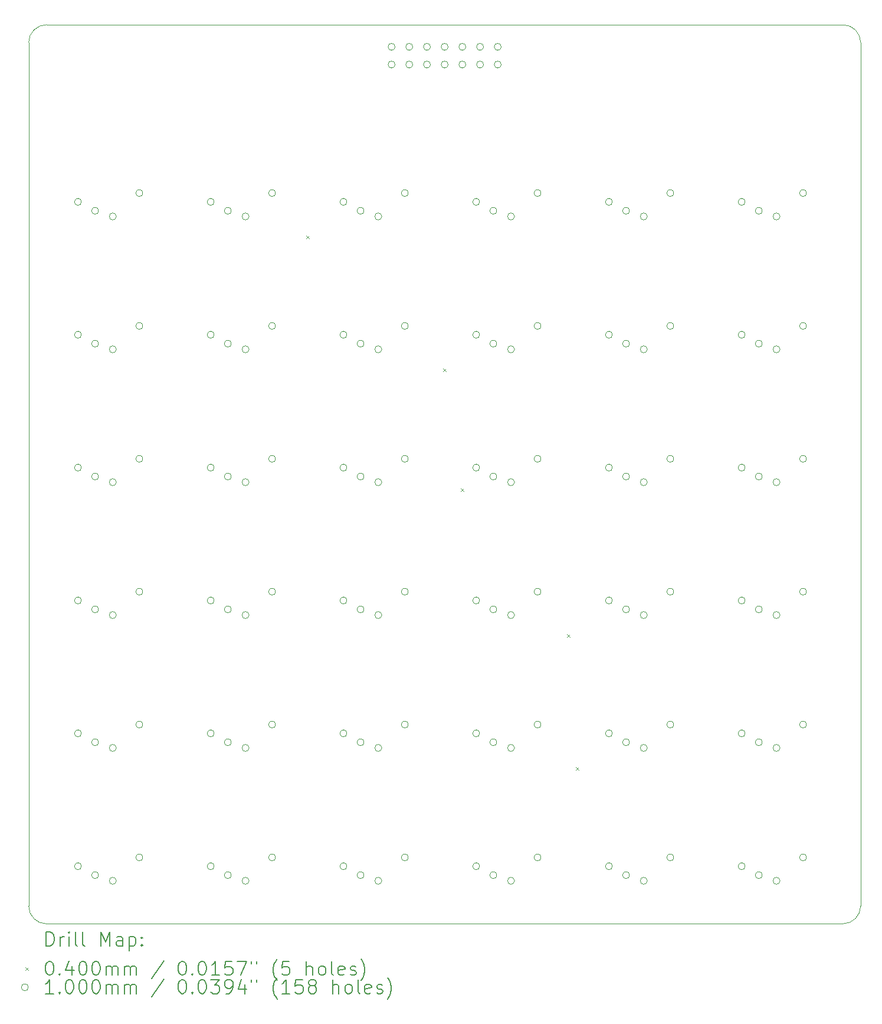
<source format=gbr>
%FSLAX45Y45*%
G04 Gerber Fmt 4.5, Leading zero omitted, Abs format (unit mm)*
G04 Created by KiCad (PCBNEW (6.0.5-0)) date 2022-06-17 10:00:41*
%MOMM*%
%LPD*%
G01*
G04 APERTURE LIST*
%TA.AperFunction,Profile*%
%ADD10C,0.120000*%
%TD*%
%ADD11C,0.200000*%
%ADD12C,0.040000*%
%ADD13C,0.100000*%
G04 APERTURE END LIST*
D10*
X-10477500Y2159000D02*
G75*
G03*
X-10731500Y1905000I0J-254000D01*
G01*
X952500Y-10731500D02*
G75*
G03*
X1206500Y-10477500I0J254000D01*
G01*
X1206500Y1905000D02*
G75*
G03*
X952500Y2159000I-254000J0D01*
G01*
X952500Y2159000D02*
X-10477500Y2159000D01*
X-10731500Y1905000D02*
X-10731500Y-10477500D01*
X1206500Y1905000D02*
X1206500Y-10477500D01*
X-10477500Y-10731500D02*
X952500Y-10731500D01*
X-10731500Y-10477500D02*
G75*
G03*
X-10477500Y-10731500I254000J0D01*
G01*
D11*
D12*
X-6751000Y-869000D02*
X-6711000Y-909000D01*
X-6711000Y-869000D02*
X-6751000Y-909000D01*
X-4782500Y-2774000D02*
X-4742500Y-2814000D01*
X-4742500Y-2774000D02*
X-4782500Y-2814000D01*
X-4528500Y-4488500D02*
X-4488500Y-4528500D01*
X-4488500Y-4488500D02*
X-4528500Y-4528500D01*
X-3004500Y-6584000D02*
X-2964500Y-6624000D01*
X-2964500Y-6584000D02*
X-3004500Y-6624000D01*
X-2877500Y-8489000D02*
X-2837500Y-8529000D01*
X-2837500Y-8489000D02*
X-2877500Y-8529000D01*
D13*
X-9975000Y-380000D02*
G75*
G03*
X-9975000Y-380000I-50000J0D01*
G01*
X-9975000Y-2285000D02*
G75*
G03*
X-9975000Y-2285000I-50000J0D01*
G01*
X-9975000Y-4190000D02*
G75*
G03*
X-9975000Y-4190000I-50000J0D01*
G01*
X-9975000Y-6095000D02*
G75*
G03*
X-9975000Y-6095000I-50000J0D01*
G01*
X-9975000Y-8000000D02*
G75*
G03*
X-9975000Y-8000000I-50000J0D01*
G01*
X-9975000Y-9905000D02*
G75*
G03*
X-9975000Y-9905000I-50000J0D01*
G01*
X-9729000Y-508000D02*
G75*
G03*
X-9729000Y-508000I-50000J0D01*
G01*
X-9729000Y-2413000D02*
G75*
G03*
X-9729000Y-2413000I-50000J0D01*
G01*
X-9729000Y-4318000D02*
G75*
G03*
X-9729000Y-4318000I-50000J0D01*
G01*
X-9729000Y-6223000D02*
G75*
G03*
X-9729000Y-6223000I-50000J0D01*
G01*
X-9729000Y-8128000D02*
G75*
G03*
X-9729000Y-8128000I-50000J0D01*
G01*
X-9729000Y-10033000D02*
G75*
G03*
X-9729000Y-10033000I-50000J0D01*
G01*
X-9475000Y-590000D02*
G75*
G03*
X-9475000Y-590000I-50000J0D01*
G01*
X-9475000Y-2495000D02*
G75*
G03*
X-9475000Y-2495000I-50000J0D01*
G01*
X-9475000Y-4400000D02*
G75*
G03*
X-9475000Y-4400000I-50000J0D01*
G01*
X-9475000Y-6305000D02*
G75*
G03*
X-9475000Y-6305000I-50000J0D01*
G01*
X-9475000Y-8210000D02*
G75*
G03*
X-9475000Y-8210000I-50000J0D01*
G01*
X-9475000Y-10115000D02*
G75*
G03*
X-9475000Y-10115000I-50000J0D01*
G01*
X-9094000Y-254000D02*
G75*
G03*
X-9094000Y-254000I-50000J0D01*
G01*
X-9094000Y-2159000D02*
G75*
G03*
X-9094000Y-2159000I-50000J0D01*
G01*
X-9094000Y-4064000D02*
G75*
G03*
X-9094000Y-4064000I-50000J0D01*
G01*
X-9094000Y-5969000D02*
G75*
G03*
X-9094000Y-5969000I-50000J0D01*
G01*
X-9094000Y-7874000D02*
G75*
G03*
X-9094000Y-7874000I-50000J0D01*
G01*
X-9094000Y-9779000D02*
G75*
G03*
X-9094000Y-9779000I-50000J0D01*
G01*
X-8070000Y-380000D02*
G75*
G03*
X-8070000Y-380000I-50000J0D01*
G01*
X-8070000Y-2285000D02*
G75*
G03*
X-8070000Y-2285000I-50000J0D01*
G01*
X-8070000Y-4190000D02*
G75*
G03*
X-8070000Y-4190000I-50000J0D01*
G01*
X-8070000Y-6095000D02*
G75*
G03*
X-8070000Y-6095000I-50000J0D01*
G01*
X-8070000Y-8000000D02*
G75*
G03*
X-8070000Y-8000000I-50000J0D01*
G01*
X-8070000Y-9905000D02*
G75*
G03*
X-8070000Y-9905000I-50000J0D01*
G01*
X-7824000Y-508000D02*
G75*
G03*
X-7824000Y-508000I-50000J0D01*
G01*
X-7824000Y-2413000D02*
G75*
G03*
X-7824000Y-2413000I-50000J0D01*
G01*
X-7824000Y-4318000D02*
G75*
G03*
X-7824000Y-4318000I-50000J0D01*
G01*
X-7824000Y-6223000D02*
G75*
G03*
X-7824000Y-6223000I-50000J0D01*
G01*
X-7824000Y-8128000D02*
G75*
G03*
X-7824000Y-8128000I-50000J0D01*
G01*
X-7824000Y-10033000D02*
G75*
G03*
X-7824000Y-10033000I-50000J0D01*
G01*
X-7570000Y-590000D02*
G75*
G03*
X-7570000Y-590000I-50000J0D01*
G01*
X-7570000Y-2495000D02*
G75*
G03*
X-7570000Y-2495000I-50000J0D01*
G01*
X-7570000Y-4400000D02*
G75*
G03*
X-7570000Y-4400000I-50000J0D01*
G01*
X-7570000Y-6305000D02*
G75*
G03*
X-7570000Y-6305000I-50000J0D01*
G01*
X-7570000Y-8210000D02*
G75*
G03*
X-7570000Y-8210000I-50000J0D01*
G01*
X-7570000Y-10115000D02*
G75*
G03*
X-7570000Y-10115000I-50000J0D01*
G01*
X-7189000Y-254000D02*
G75*
G03*
X-7189000Y-254000I-50000J0D01*
G01*
X-7189000Y-2159000D02*
G75*
G03*
X-7189000Y-2159000I-50000J0D01*
G01*
X-7189000Y-4064000D02*
G75*
G03*
X-7189000Y-4064000I-50000J0D01*
G01*
X-7189000Y-5969000D02*
G75*
G03*
X-7189000Y-5969000I-50000J0D01*
G01*
X-7189000Y-7874000D02*
G75*
G03*
X-7189000Y-7874000I-50000J0D01*
G01*
X-7189000Y-9779000D02*
G75*
G03*
X-7189000Y-9779000I-50000J0D01*
G01*
X-6165000Y-380000D02*
G75*
G03*
X-6165000Y-380000I-50000J0D01*
G01*
X-6165000Y-2285000D02*
G75*
G03*
X-6165000Y-2285000I-50000J0D01*
G01*
X-6165000Y-4190000D02*
G75*
G03*
X-6165000Y-4190000I-50000J0D01*
G01*
X-6165000Y-6095000D02*
G75*
G03*
X-6165000Y-6095000I-50000J0D01*
G01*
X-6165000Y-8000000D02*
G75*
G03*
X-6165000Y-8000000I-50000J0D01*
G01*
X-6165000Y-9905000D02*
G75*
G03*
X-6165000Y-9905000I-50000J0D01*
G01*
X-5919000Y-508000D02*
G75*
G03*
X-5919000Y-508000I-50000J0D01*
G01*
X-5919000Y-2413000D02*
G75*
G03*
X-5919000Y-2413000I-50000J0D01*
G01*
X-5919000Y-4318000D02*
G75*
G03*
X-5919000Y-4318000I-50000J0D01*
G01*
X-5919000Y-6223000D02*
G75*
G03*
X-5919000Y-6223000I-50000J0D01*
G01*
X-5919000Y-8128000D02*
G75*
G03*
X-5919000Y-8128000I-50000J0D01*
G01*
X-5919000Y-10033000D02*
G75*
G03*
X-5919000Y-10033000I-50000J0D01*
G01*
X-5665000Y-590000D02*
G75*
G03*
X-5665000Y-590000I-50000J0D01*
G01*
X-5665000Y-2495000D02*
G75*
G03*
X-5665000Y-2495000I-50000J0D01*
G01*
X-5665000Y-4400000D02*
G75*
G03*
X-5665000Y-4400000I-50000J0D01*
G01*
X-5665000Y-6305000D02*
G75*
G03*
X-5665000Y-6305000I-50000J0D01*
G01*
X-5665000Y-8210000D02*
G75*
G03*
X-5665000Y-8210000I-50000J0D01*
G01*
X-5665000Y-10115000D02*
G75*
G03*
X-5665000Y-10115000I-50000J0D01*
G01*
X-5474500Y1841500D02*
G75*
G03*
X-5474500Y1841500I-50000J0D01*
G01*
X-5474500Y1587500D02*
G75*
G03*
X-5474500Y1587500I-50000J0D01*
G01*
X-5284000Y-254000D02*
G75*
G03*
X-5284000Y-254000I-50000J0D01*
G01*
X-5284000Y-2159000D02*
G75*
G03*
X-5284000Y-2159000I-50000J0D01*
G01*
X-5284000Y-4064000D02*
G75*
G03*
X-5284000Y-4064000I-50000J0D01*
G01*
X-5284000Y-5969000D02*
G75*
G03*
X-5284000Y-5969000I-50000J0D01*
G01*
X-5284000Y-7874000D02*
G75*
G03*
X-5284000Y-7874000I-50000J0D01*
G01*
X-5284000Y-9779000D02*
G75*
G03*
X-5284000Y-9779000I-50000J0D01*
G01*
X-5220500Y1841500D02*
G75*
G03*
X-5220500Y1841500I-50000J0D01*
G01*
X-5220500Y1587500D02*
G75*
G03*
X-5220500Y1587500I-50000J0D01*
G01*
X-4966500Y1841500D02*
G75*
G03*
X-4966500Y1841500I-50000J0D01*
G01*
X-4966500Y1587500D02*
G75*
G03*
X-4966500Y1587500I-50000J0D01*
G01*
X-4712500Y1841500D02*
G75*
G03*
X-4712500Y1841500I-50000J0D01*
G01*
X-4712500Y1587500D02*
G75*
G03*
X-4712500Y1587500I-50000J0D01*
G01*
X-4458500Y1841500D02*
G75*
G03*
X-4458500Y1841500I-50000J0D01*
G01*
X-4458500Y1587500D02*
G75*
G03*
X-4458500Y1587500I-50000J0D01*
G01*
X-4260000Y-380000D02*
G75*
G03*
X-4260000Y-380000I-50000J0D01*
G01*
X-4260000Y-2285000D02*
G75*
G03*
X-4260000Y-2285000I-50000J0D01*
G01*
X-4260000Y-4190000D02*
G75*
G03*
X-4260000Y-4190000I-50000J0D01*
G01*
X-4260000Y-6095000D02*
G75*
G03*
X-4260000Y-6095000I-50000J0D01*
G01*
X-4260000Y-8000000D02*
G75*
G03*
X-4260000Y-8000000I-50000J0D01*
G01*
X-4260000Y-9905000D02*
G75*
G03*
X-4260000Y-9905000I-50000J0D01*
G01*
X-4204500Y1841500D02*
G75*
G03*
X-4204500Y1841500I-50000J0D01*
G01*
X-4204500Y1587500D02*
G75*
G03*
X-4204500Y1587500I-50000J0D01*
G01*
X-4014000Y-508000D02*
G75*
G03*
X-4014000Y-508000I-50000J0D01*
G01*
X-4014000Y-2413000D02*
G75*
G03*
X-4014000Y-2413000I-50000J0D01*
G01*
X-4014000Y-4318000D02*
G75*
G03*
X-4014000Y-4318000I-50000J0D01*
G01*
X-4014000Y-6223000D02*
G75*
G03*
X-4014000Y-6223000I-50000J0D01*
G01*
X-4014000Y-8128000D02*
G75*
G03*
X-4014000Y-8128000I-50000J0D01*
G01*
X-4014000Y-10033000D02*
G75*
G03*
X-4014000Y-10033000I-50000J0D01*
G01*
X-3950500Y1841500D02*
G75*
G03*
X-3950500Y1841500I-50000J0D01*
G01*
X-3950500Y1587500D02*
G75*
G03*
X-3950500Y1587500I-50000J0D01*
G01*
X-3760000Y-590000D02*
G75*
G03*
X-3760000Y-590000I-50000J0D01*
G01*
X-3760000Y-2495000D02*
G75*
G03*
X-3760000Y-2495000I-50000J0D01*
G01*
X-3760000Y-4400000D02*
G75*
G03*
X-3760000Y-4400000I-50000J0D01*
G01*
X-3760000Y-6305000D02*
G75*
G03*
X-3760000Y-6305000I-50000J0D01*
G01*
X-3760000Y-8210000D02*
G75*
G03*
X-3760000Y-8210000I-50000J0D01*
G01*
X-3760000Y-10115000D02*
G75*
G03*
X-3760000Y-10115000I-50000J0D01*
G01*
X-3379000Y-254000D02*
G75*
G03*
X-3379000Y-254000I-50000J0D01*
G01*
X-3379000Y-2159000D02*
G75*
G03*
X-3379000Y-2159000I-50000J0D01*
G01*
X-3379000Y-4064000D02*
G75*
G03*
X-3379000Y-4064000I-50000J0D01*
G01*
X-3379000Y-5969000D02*
G75*
G03*
X-3379000Y-5969000I-50000J0D01*
G01*
X-3379000Y-7874000D02*
G75*
G03*
X-3379000Y-7874000I-50000J0D01*
G01*
X-3379000Y-9779000D02*
G75*
G03*
X-3379000Y-9779000I-50000J0D01*
G01*
X-2355000Y-380000D02*
G75*
G03*
X-2355000Y-380000I-50000J0D01*
G01*
X-2355000Y-2285000D02*
G75*
G03*
X-2355000Y-2285000I-50000J0D01*
G01*
X-2355000Y-4190000D02*
G75*
G03*
X-2355000Y-4190000I-50000J0D01*
G01*
X-2355000Y-6095000D02*
G75*
G03*
X-2355000Y-6095000I-50000J0D01*
G01*
X-2355000Y-8000000D02*
G75*
G03*
X-2355000Y-8000000I-50000J0D01*
G01*
X-2355000Y-9905000D02*
G75*
G03*
X-2355000Y-9905000I-50000J0D01*
G01*
X-2109000Y-508000D02*
G75*
G03*
X-2109000Y-508000I-50000J0D01*
G01*
X-2109000Y-2413000D02*
G75*
G03*
X-2109000Y-2413000I-50000J0D01*
G01*
X-2109000Y-4318000D02*
G75*
G03*
X-2109000Y-4318000I-50000J0D01*
G01*
X-2109000Y-6223000D02*
G75*
G03*
X-2109000Y-6223000I-50000J0D01*
G01*
X-2109000Y-8128000D02*
G75*
G03*
X-2109000Y-8128000I-50000J0D01*
G01*
X-2109000Y-10033000D02*
G75*
G03*
X-2109000Y-10033000I-50000J0D01*
G01*
X-1855000Y-590000D02*
G75*
G03*
X-1855000Y-590000I-50000J0D01*
G01*
X-1855000Y-2495000D02*
G75*
G03*
X-1855000Y-2495000I-50000J0D01*
G01*
X-1855000Y-4400000D02*
G75*
G03*
X-1855000Y-4400000I-50000J0D01*
G01*
X-1855000Y-6305000D02*
G75*
G03*
X-1855000Y-6305000I-50000J0D01*
G01*
X-1855000Y-8210000D02*
G75*
G03*
X-1855000Y-8210000I-50000J0D01*
G01*
X-1855000Y-10115000D02*
G75*
G03*
X-1855000Y-10115000I-50000J0D01*
G01*
X-1474000Y-254000D02*
G75*
G03*
X-1474000Y-254000I-50000J0D01*
G01*
X-1474000Y-2159000D02*
G75*
G03*
X-1474000Y-2159000I-50000J0D01*
G01*
X-1474000Y-4064000D02*
G75*
G03*
X-1474000Y-4064000I-50000J0D01*
G01*
X-1474000Y-5969000D02*
G75*
G03*
X-1474000Y-5969000I-50000J0D01*
G01*
X-1474000Y-7874000D02*
G75*
G03*
X-1474000Y-7874000I-50000J0D01*
G01*
X-1474000Y-9779000D02*
G75*
G03*
X-1474000Y-9779000I-50000J0D01*
G01*
X-450000Y-380000D02*
G75*
G03*
X-450000Y-380000I-50000J0D01*
G01*
X-450000Y-2285000D02*
G75*
G03*
X-450000Y-2285000I-50000J0D01*
G01*
X-450000Y-4190000D02*
G75*
G03*
X-450000Y-4190000I-50000J0D01*
G01*
X-450000Y-6095000D02*
G75*
G03*
X-450000Y-6095000I-50000J0D01*
G01*
X-450000Y-8000000D02*
G75*
G03*
X-450000Y-8000000I-50000J0D01*
G01*
X-450000Y-9905000D02*
G75*
G03*
X-450000Y-9905000I-50000J0D01*
G01*
X-204000Y-508000D02*
G75*
G03*
X-204000Y-508000I-50000J0D01*
G01*
X-204000Y-2413000D02*
G75*
G03*
X-204000Y-2413000I-50000J0D01*
G01*
X-204000Y-4318000D02*
G75*
G03*
X-204000Y-4318000I-50000J0D01*
G01*
X-204000Y-6223000D02*
G75*
G03*
X-204000Y-6223000I-50000J0D01*
G01*
X-204000Y-8128000D02*
G75*
G03*
X-204000Y-8128000I-50000J0D01*
G01*
X-204000Y-10033000D02*
G75*
G03*
X-204000Y-10033000I-50000J0D01*
G01*
X50000Y-590000D02*
G75*
G03*
X50000Y-590000I-50000J0D01*
G01*
X50000Y-2495000D02*
G75*
G03*
X50000Y-2495000I-50000J0D01*
G01*
X50000Y-4400000D02*
G75*
G03*
X50000Y-4400000I-50000J0D01*
G01*
X50000Y-6305000D02*
G75*
G03*
X50000Y-6305000I-50000J0D01*
G01*
X50000Y-8210000D02*
G75*
G03*
X50000Y-8210000I-50000J0D01*
G01*
X50000Y-10115000D02*
G75*
G03*
X50000Y-10115000I-50000J0D01*
G01*
X431000Y-254000D02*
G75*
G03*
X431000Y-254000I-50000J0D01*
G01*
X431000Y-2159000D02*
G75*
G03*
X431000Y-2159000I-50000J0D01*
G01*
X431000Y-4064000D02*
G75*
G03*
X431000Y-4064000I-50000J0D01*
G01*
X431000Y-5969000D02*
G75*
G03*
X431000Y-5969000I-50000J0D01*
G01*
X431000Y-7874000D02*
G75*
G03*
X431000Y-7874000I-50000J0D01*
G01*
X431000Y-9779000D02*
G75*
G03*
X431000Y-9779000I-50000J0D01*
G01*
D11*
X-10479881Y-11047976D02*
X-10479881Y-10847976D01*
X-10432262Y-10847976D01*
X-10403691Y-10857500D01*
X-10384643Y-10876548D01*
X-10375119Y-10895595D01*
X-10365595Y-10933690D01*
X-10365595Y-10962262D01*
X-10375119Y-11000357D01*
X-10384643Y-11019405D01*
X-10403691Y-11038452D01*
X-10432262Y-11047976D01*
X-10479881Y-11047976D01*
X-10279881Y-11047976D02*
X-10279881Y-10914643D01*
X-10279881Y-10952738D02*
X-10270357Y-10933690D01*
X-10260833Y-10924167D01*
X-10241786Y-10914643D01*
X-10222738Y-10914643D01*
X-10156072Y-11047976D02*
X-10156072Y-10914643D01*
X-10156072Y-10847976D02*
X-10165595Y-10857500D01*
X-10156072Y-10867024D01*
X-10146548Y-10857500D01*
X-10156072Y-10847976D01*
X-10156072Y-10867024D01*
X-10032262Y-11047976D02*
X-10051310Y-11038452D01*
X-10060833Y-11019405D01*
X-10060833Y-10847976D01*
X-9927500Y-11047976D02*
X-9946548Y-11038452D01*
X-9956072Y-11019405D01*
X-9956072Y-10847976D01*
X-9698929Y-11047976D02*
X-9698929Y-10847976D01*
X-9632262Y-10990833D01*
X-9565595Y-10847976D01*
X-9565595Y-11047976D01*
X-9384643Y-11047976D02*
X-9384643Y-10943214D01*
X-9394167Y-10924167D01*
X-9413214Y-10914643D01*
X-9451310Y-10914643D01*
X-9470357Y-10924167D01*
X-9384643Y-11038452D02*
X-9403691Y-11047976D01*
X-9451310Y-11047976D01*
X-9470357Y-11038452D01*
X-9479881Y-11019405D01*
X-9479881Y-11000357D01*
X-9470357Y-10981310D01*
X-9451310Y-10971786D01*
X-9403691Y-10971786D01*
X-9384643Y-10962262D01*
X-9289405Y-10914643D02*
X-9289405Y-11114643D01*
X-9289405Y-10924167D02*
X-9270357Y-10914643D01*
X-9232262Y-10914643D01*
X-9213214Y-10924167D01*
X-9203691Y-10933690D01*
X-9194167Y-10952738D01*
X-9194167Y-11009881D01*
X-9203691Y-11028929D01*
X-9213214Y-11038452D01*
X-9232262Y-11047976D01*
X-9270357Y-11047976D01*
X-9289405Y-11038452D01*
X-9108452Y-11028929D02*
X-9098929Y-11038452D01*
X-9108452Y-11047976D01*
X-9117976Y-11038452D01*
X-9108452Y-11028929D01*
X-9108452Y-11047976D01*
X-9108452Y-10924167D02*
X-9098929Y-10933690D01*
X-9108452Y-10943214D01*
X-9117976Y-10933690D01*
X-9108452Y-10924167D01*
X-9108452Y-10943214D01*
D12*
X-10777500Y-11357500D02*
X-10737500Y-11397500D01*
X-10737500Y-11357500D02*
X-10777500Y-11397500D01*
D11*
X-10441786Y-11267976D02*
X-10422738Y-11267976D01*
X-10403691Y-11277500D01*
X-10394167Y-11287024D01*
X-10384643Y-11306071D01*
X-10375119Y-11344167D01*
X-10375119Y-11391786D01*
X-10384643Y-11429881D01*
X-10394167Y-11448928D01*
X-10403691Y-11458452D01*
X-10422738Y-11467976D01*
X-10441786Y-11467976D01*
X-10460833Y-11458452D01*
X-10470357Y-11448928D01*
X-10479881Y-11429881D01*
X-10489405Y-11391786D01*
X-10489405Y-11344167D01*
X-10479881Y-11306071D01*
X-10470357Y-11287024D01*
X-10460833Y-11277500D01*
X-10441786Y-11267976D01*
X-10289405Y-11448928D02*
X-10279881Y-11458452D01*
X-10289405Y-11467976D01*
X-10298929Y-11458452D01*
X-10289405Y-11448928D01*
X-10289405Y-11467976D01*
X-10108452Y-11334643D02*
X-10108452Y-11467976D01*
X-10156072Y-11258452D02*
X-10203691Y-11401309D01*
X-10079881Y-11401309D01*
X-9965595Y-11267976D02*
X-9946548Y-11267976D01*
X-9927500Y-11277500D01*
X-9917976Y-11287024D01*
X-9908452Y-11306071D01*
X-9898929Y-11344167D01*
X-9898929Y-11391786D01*
X-9908452Y-11429881D01*
X-9917976Y-11448928D01*
X-9927500Y-11458452D01*
X-9946548Y-11467976D01*
X-9965595Y-11467976D01*
X-9984643Y-11458452D01*
X-9994167Y-11448928D01*
X-10003691Y-11429881D01*
X-10013214Y-11391786D01*
X-10013214Y-11344167D01*
X-10003691Y-11306071D01*
X-9994167Y-11287024D01*
X-9984643Y-11277500D01*
X-9965595Y-11267976D01*
X-9775119Y-11267976D02*
X-9756072Y-11267976D01*
X-9737024Y-11277500D01*
X-9727500Y-11287024D01*
X-9717976Y-11306071D01*
X-9708452Y-11344167D01*
X-9708452Y-11391786D01*
X-9717976Y-11429881D01*
X-9727500Y-11448928D01*
X-9737024Y-11458452D01*
X-9756072Y-11467976D01*
X-9775119Y-11467976D01*
X-9794167Y-11458452D01*
X-9803691Y-11448928D01*
X-9813214Y-11429881D01*
X-9822738Y-11391786D01*
X-9822738Y-11344167D01*
X-9813214Y-11306071D01*
X-9803691Y-11287024D01*
X-9794167Y-11277500D01*
X-9775119Y-11267976D01*
X-9622738Y-11467976D02*
X-9622738Y-11334643D01*
X-9622738Y-11353690D02*
X-9613214Y-11344167D01*
X-9594167Y-11334643D01*
X-9565595Y-11334643D01*
X-9546548Y-11344167D01*
X-9537024Y-11363214D01*
X-9537024Y-11467976D01*
X-9537024Y-11363214D02*
X-9527500Y-11344167D01*
X-9508452Y-11334643D01*
X-9479881Y-11334643D01*
X-9460833Y-11344167D01*
X-9451310Y-11363214D01*
X-9451310Y-11467976D01*
X-9356072Y-11467976D02*
X-9356072Y-11334643D01*
X-9356072Y-11353690D02*
X-9346548Y-11344167D01*
X-9327500Y-11334643D01*
X-9298929Y-11334643D01*
X-9279881Y-11344167D01*
X-9270357Y-11363214D01*
X-9270357Y-11467976D01*
X-9270357Y-11363214D02*
X-9260833Y-11344167D01*
X-9241786Y-11334643D01*
X-9213214Y-11334643D01*
X-9194167Y-11344167D01*
X-9184643Y-11363214D01*
X-9184643Y-11467976D01*
X-8794167Y-11258452D02*
X-8965595Y-11515595D01*
X-8537024Y-11267976D02*
X-8517976Y-11267976D01*
X-8498929Y-11277500D01*
X-8489405Y-11287024D01*
X-8479881Y-11306071D01*
X-8470357Y-11344167D01*
X-8470357Y-11391786D01*
X-8479881Y-11429881D01*
X-8489405Y-11448928D01*
X-8498929Y-11458452D01*
X-8517976Y-11467976D01*
X-8537024Y-11467976D01*
X-8556072Y-11458452D01*
X-8565595Y-11448928D01*
X-8575119Y-11429881D01*
X-8584643Y-11391786D01*
X-8584643Y-11344167D01*
X-8575119Y-11306071D01*
X-8565595Y-11287024D01*
X-8556072Y-11277500D01*
X-8537024Y-11267976D01*
X-8384643Y-11448928D02*
X-8375119Y-11458452D01*
X-8384643Y-11467976D01*
X-8394167Y-11458452D01*
X-8384643Y-11448928D01*
X-8384643Y-11467976D01*
X-8251310Y-11267976D02*
X-8232262Y-11267976D01*
X-8213214Y-11277500D01*
X-8203690Y-11287024D01*
X-8194167Y-11306071D01*
X-8184643Y-11344167D01*
X-8184643Y-11391786D01*
X-8194167Y-11429881D01*
X-8203690Y-11448928D01*
X-8213214Y-11458452D01*
X-8232262Y-11467976D01*
X-8251310Y-11467976D01*
X-8270357Y-11458452D01*
X-8279881Y-11448928D01*
X-8289405Y-11429881D01*
X-8298929Y-11391786D01*
X-8298929Y-11344167D01*
X-8289405Y-11306071D01*
X-8279881Y-11287024D01*
X-8270357Y-11277500D01*
X-8251310Y-11267976D01*
X-7994167Y-11467976D02*
X-8108452Y-11467976D01*
X-8051310Y-11467976D02*
X-8051310Y-11267976D01*
X-8070357Y-11296548D01*
X-8089405Y-11315595D01*
X-8108452Y-11325119D01*
X-7813214Y-11267976D02*
X-7908452Y-11267976D01*
X-7917976Y-11363214D01*
X-7908452Y-11353690D01*
X-7889405Y-11344167D01*
X-7841786Y-11344167D01*
X-7822738Y-11353690D01*
X-7813214Y-11363214D01*
X-7803690Y-11382262D01*
X-7803690Y-11429881D01*
X-7813214Y-11448928D01*
X-7822738Y-11458452D01*
X-7841786Y-11467976D01*
X-7889405Y-11467976D01*
X-7908452Y-11458452D01*
X-7917976Y-11448928D01*
X-7737024Y-11267976D02*
X-7603690Y-11267976D01*
X-7689405Y-11467976D01*
X-7537024Y-11267976D02*
X-7537024Y-11306071D01*
X-7460833Y-11267976D02*
X-7460833Y-11306071D01*
X-7165595Y-11544167D02*
X-7175119Y-11534643D01*
X-7194167Y-11506071D01*
X-7203690Y-11487024D01*
X-7213214Y-11458452D01*
X-7222738Y-11410833D01*
X-7222738Y-11372738D01*
X-7213214Y-11325119D01*
X-7203690Y-11296548D01*
X-7194167Y-11277500D01*
X-7175119Y-11248928D01*
X-7165595Y-11239405D01*
X-6994167Y-11267976D02*
X-7089405Y-11267976D01*
X-7098929Y-11363214D01*
X-7089405Y-11353690D01*
X-7070357Y-11344167D01*
X-7022738Y-11344167D01*
X-7003690Y-11353690D01*
X-6994167Y-11363214D01*
X-6984643Y-11382262D01*
X-6984643Y-11429881D01*
X-6994167Y-11448928D01*
X-7003690Y-11458452D01*
X-7022738Y-11467976D01*
X-7070357Y-11467976D01*
X-7089405Y-11458452D01*
X-7098929Y-11448928D01*
X-6746548Y-11467976D02*
X-6746548Y-11267976D01*
X-6660833Y-11467976D02*
X-6660833Y-11363214D01*
X-6670357Y-11344167D01*
X-6689405Y-11334643D01*
X-6717976Y-11334643D01*
X-6737024Y-11344167D01*
X-6746548Y-11353690D01*
X-6537024Y-11467976D02*
X-6556071Y-11458452D01*
X-6565595Y-11448928D01*
X-6575119Y-11429881D01*
X-6575119Y-11372738D01*
X-6565595Y-11353690D01*
X-6556071Y-11344167D01*
X-6537024Y-11334643D01*
X-6508452Y-11334643D01*
X-6489405Y-11344167D01*
X-6479881Y-11353690D01*
X-6470357Y-11372738D01*
X-6470357Y-11429881D01*
X-6479881Y-11448928D01*
X-6489405Y-11458452D01*
X-6508452Y-11467976D01*
X-6537024Y-11467976D01*
X-6356071Y-11467976D02*
X-6375119Y-11458452D01*
X-6384643Y-11439405D01*
X-6384643Y-11267976D01*
X-6203690Y-11458452D02*
X-6222738Y-11467976D01*
X-6260833Y-11467976D01*
X-6279881Y-11458452D01*
X-6289405Y-11439405D01*
X-6289405Y-11363214D01*
X-6279881Y-11344167D01*
X-6260833Y-11334643D01*
X-6222738Y-11334643D01*
X-6203690Y-11344167D01*
X-6194167Y-11363214D01*
X-6194167Y-11382262D01*
X-6289405Y-11401309D01*
X-6117976Y-11458452D02*
X-6098929Y-11467976D01*
X-6060833Y-11467976D01*
X-6041786Y-11458452D01*
X-6032262Y-11439405D01*
X-6032262Y-11429881D01*
X-6041786Y-11410833D01*
X-6060833Y-11401309D01*
X-6089405Y-11401309D01*
X-6108452Y-11391786D01*
X-6117976Y-11372738D01*
X-6117976Y-11363214D01*
X-6108452Y-11344167D01*
X-6089405Y-11334643D01*
X-6060833Y-11334643D01*
X-6041786Y-11344167D01*
X-5965595Y-11544167D02*
X-5956071Y-11534643D01*
X-5937024Y-11506071D01*
X-5927500Y-11487024D01*
X-5917976Y-11458452D01*
X-5908452Y-11410833D01*
X-5908452Y-11372738D01*
X-5917976Y-11325119D01*
X-5927500Y-11296548D01*
X-5937024Y-11277500D01*
X-5956071Y-11248928D01*
X-5965595Y-11239405D01*
D13*
X-10737500Y-11641500D02*
G75*
G03*
X-10737500Y-11641500I-50000J0D01*
G01*
D11*
X-10375119Y-11731976D02*
X-10489405Y-11731976D01*
X-10432262Y-11731976D02*
X-10432262Y-11531976D01*
X-10451310Y-11560548D01*
X-10470357Y-11579595D01*
X-10489405Y-11589119D01*
X-10289405Y-11712928D02*
X-10279881Y-11722452D01*
X-10289405Y-11731976D01*
X-10298929Y-11722452D01*
X-10289405Y-11712928D01*
X-10289405Y-11731976D01*
X-10156072Y-11531976D02*
X-10137024Y-11531976D01*
X-10117976Y-11541500D01*
X-10108452Y-11551024D01*
X-10098929Y-11570071D01*
X-10089405Y-11608167D01*
X-10089405Y-11655786D01*
X-10098929Y-11693881D01*
X-10108452Y-11712928D01*
X-10117976Y-11722452D01*
X-10137024Y-11731976D01*
X-10156072Y-11731976D01*
X-10175119Y-11722452D01*
X-10184643Y-11712928D01*
X-10194167Y-11693881D01*
X-10203691Y-11655786D01*
X-10203691Y-11608167D01*
X-10194167Y-11570071D01*
X-10184643Y-11551024D01*
X-10175119Y-11541500D01*
X-10156072Y-11531976D01*
X-9965595Y-11531976D02*
X-9946548Y-11531976D01*
X-9927500Y-11541500D01*
X-9917976Y-11551024D01*
X-9908452Y-11570071D01*
X-9898929Y-11608167D01*
X-9898929Y-11655786D01*
X-9908452Y-11693881D01*
X-9917976Y-11712928D01*
X-9927500Y-11722452D01*
X-9946548Y-11731976D01*
X-9965595Y-11731976D01*
X-9984643Y-11722452D01*
X-9994167Y-11712928D01*
X-10003691Y-11693881D01*
X-10013214Y-11655786D01*
X-10013214Y-11608167D01*
X-10003691Y-11570071D01*
X-9994167Y-11551024D01*
X-9984643Y-11541500D01*
X-9965595Y-11531976D01*
X-9775119Y-11531976D02*
X-9756072Y-11531976D01*
X-9737024Y-11541500D01*
X-9727500Y-11551024D01*
X-9717976Y-11570071D01*
X-9708452Y-11608167D01*
X-9708452Y-11655786D01*
X-9717976Y-11693881D01*
X-9727500Y-11712928D01*
X-9737024Y-11722452D01*
X-9756072Y-11731976D01*
X-9775119Y-11731976D01*
X-9794167Y-11722452D01*
X-9803691Y-11712928D01*
X-9813214Y-11693881D01*
X-9822738Y-11655786D01*
X-9822738Y-11608167D01*
X-9813214Y-11570071D01*
X-9803691Y-11551024D01*
X-9794167Y-11541500D01*
X-9775119Y-11531976D01*
X-9622738Y-11731976D02*
X-9622738Y-11598643D01*
X-9622738Y-11617690D02*
X-9613214Y-11608167D01*
X-9594167Y-11598643D01*
X-9565595Y-11598643D01*
X-9546548Y-11608167D01*
X-9537024Y-11627214D01*
X-9537024Y-11731976D01*
X-9537024Y-11627214D02*
X-9527500Y-11608167D01*
X-9508452Y-11598643D01*
X-9479881Y-11598643D01*
X-9460833Y-11608167D01*
X-9451310Y-11627214D01*
X-9451310Y-11731976D01*
X-9356072Y-11731976D02*
X-9356072Y-11598643D01*
X-9356072Y-11617690D02*
X-9346548Y-11608167D01*
X-9327500Y-11598643D01*
X-9298929Y-11598643D01*
X-9279881Y-11608167D01*
X-9270357Y-11627214D01*
X-9270357Y-11731976D01*
X-9270357Y-11627214D02*
X-9260833Y-11608167D01*
X-9241786Y-11598643D01*
X-9213214Y-11598643D01*
X-9194167Y-11608167D01*
X-9184643Y-11627214D01*
X-9184643Y-11731976D01*
X-8794167Y-11522452D02*
X-8965595Y-11779595D01*
X-8537024Y-11531976D02*
X-8517976Y-11531976D01*
X-8498929Y-11541500D01*
X-8489405Y-11551024D01*
X-8479881Y-11570071D01*
X-8470357Y-11608167D01*
X-8470357Y-11655786D01*
X-8479881Y-11693881D01*
X-8489405Y-11712928D01*
X-8498929Y-11722452D01*
X-8517976Y-11731976D01*
X-8537024Y-11731976D01*
X-8556072Y-11722452D01*
X-8565595Y-11712928D01*
X-8575119Y-11693881D01*
X-8584643Y-11655786D01*
X-8584643Y-11608167D01*
X-8575119Y-11570071D01*
X-8565595Y-11551024D01*
X-8556072Y-11541500D01*
X-8537024Y-11531976D01*
X-8384643Y-11712928D02*
X-8375119Y-11722452D01*
X-8384643Y-11731976D01*
X-8394167Y-11722452D01*
X-8384643Y-11712928D01*
X-8384643Y-11731976D01*
X-8251310Y-11531976D02*
X-8232262Y-11531976D01*
X-8213214Y-11541500D01*
X-8203690Y-11551024D01*
X-8194167Y-11570071D01*
X-8184643Y-11608167D01*
X-8184643Y-11655786D01*
X-8194167Y-11693881D01*
X-8203690Y-11712928D01*
X-8213214Y-11722452D01*
X-8232262Y-11731976D01*
X-8251310Y-11731976D01*
X-8270357Y-11722452D01*
X-8279881Y-11712928D01*
X-8289405Y-11693881D01*
X-8298929Y-11655786D01*
X-8298929Y-11608167D01*
X-8289405Y-11570071D01*
X-8279881Y-11551024D01*
X-8270357Y-11541500D01*
X-8251310Y-11531976D01*
X-8117976Y-11531976D02*
X-7994167Y-11531976D01*
X-8060833Y-11608167D01*
X-8032262Y-11608167D01*
X-8013214Y-11617690D01*
X-8003690Y-11627214D01*
X-7994167Y-11646262D01*
X-7994167Y-11693881D01*
X-8003690Y-11712928D01*
X-8013214Y-11722452D01*
X-8032262Y-11731976D01*
X-8089405Y-11731976D01*
X-8108452Y-11722452D01*
X-8117976Y-11712928D01*
X-7898929Y-11731976D02*
X-7860833Y-11731976D01*
X-7841786Y-11722452D01*
X-7832262Y-11712928D01*
X-7813214Y-11684357D01*
X-7803690Y-11646262D01*
X-7803690Y-11570071D01*
X-7813214Y-11551024D01*
X-7822738Y-11541500D01*
X-7841786Y-11531976D01*
X-7879881Y-11531976D01*
X-7898929Y-11541500D01*
X-7908452Y-11551024D01*
X-7917976Y-11570071D01*
X-7917976Y-11617690D01*
X-7908452Y-11636738D01*
X-7898929Y-11646262D01*
X-7879881Y-11655786D01*
X-7841786Y-11655786D01*
X-7822738Y-11646262D01*
X-7813214Y-11636738D01*
X-7803690Y-11617690D01*
X-7632262Y-11598643D02*
X-7632262Y-11731976D01*
X-7679881Y-11522452D02*
X-7727500Y-11665309D01*
X-7603690Y-11665309D01*
X-7537024Y-11531976D02*
X-7537024Y-11570071D01*
X-7460833Y-11531976D02*
X-7460833Y-11570071D01*
X-7165595Y-11808167D02*
X-7175119Y-11798643D01*
X-7194167Y-11770071D01*
X-7203690Y-11751024D01*
X-7213214Y-11722452D01*
X-7222738Y-11674833D01*
X-7222738Y-11636738D01*
X-7213214Y-11589119D01*
X-7203690Y-11560548D01*
X-7194167Y-11541500D01*
X-7175119Y-11512928D01*
X-7165595Y-11503405D01*
X-6984643Y-11731976D02*
X-7098929Y-11731976D01*
X-7041786Y-11731976D02*
X-7041786Y-11531976D01*
X-7060833Y-11560548D01*
X-7079881Y-11579595D01*
X-7098929Y-11589119D01*
X-6803690Y-11531976D02*
X-6898929Y-11531976D01*
X-6908452Y-11627214D01*
X-6898929Y-11617690D01*
X-6879881Y-11608167D01*
X-6832262Y-11608167D01*
X-6813214Y-11617690D01*
X-6803690Y-11627214D01*
X-6794167Y-11646262D01*
X-6794167Y-11693881D01*
X-6803690Y-11712928D01*
X-6813214Y-11722452D01*
X-6832262Y-11731976D01*
X-6879881Y-11731976D01*
X-6898929Y-11722452D01*
X-6908452Y-11712928D01*
X-6679881Y-11617690D02*
X-6698929Y-11608167D01*
X-6708452Y-11598643D01*
X-6717976Y-11579595D01*
X-6717976Y-11570071D01*
X-6708452Y-11551024D01*
X-6698929Y-11541500D01*
X-6679881Y-11531976D01*
X-6641786Y-11531976D01*
X-6622738Y-11541500D01*
X-6613214Y-11551024D01*
X-6603690Y-11570071D01*
X-6603690Y-11579595D01*
X-6613214Y-11598643D01*
X-6622738Y-11608167D01*
X-6641786Y-11617690D01*
X-6679881Y-11617690D01*
X-6698929Y-11627214D01*
X-6708452Y-11636738D01*
X-6717976Y-11655786D01*
X-6717976Y-11693881D01*
X-6708452Y-11712928D01*
X-6698929Y-11722452D01*
X-6679881Y-11731976D01*
X-6641786Y-11731976D01*
X-6622738Y-11722452D01*
X-6613214Y-11712928D01*
X-6603690Y-11693881D01*
X-6603690Y-11655786D01*
X-6613214Y-11636738D01*
X-6622738Y-11627214D01*
X-6641786Y-11617690D01*
X-6365595Y-11731976D02*
X-6365595Y-11531976D01*
X-6279881Y-11731976D02*
X-6279881Y-11627214D01*
X-6289405Y-11608167D01*
X-6308452Y-11598643D01*
X-6337024Y-11598643D01*
X-6356071Y-11608167D01*
X-6365595Y-11617690D01*
X-6156071Y-11731976D02*
X-6175119Y-11722452D01*
X-6184643Y-11712928D01*
X-6194167Y-11693881D01*
X-6194167Y-11636738D01*
X-6184643Y-11617690D01*
X-6175119Y-11608167D01*
X-6156071Y-11598643D01*
X-6127500Y-11598643D01*
X-6108452Y-11608167D01*
X-6098929Y-11617690D01*
X-6089405Y-11636738D01*
X-6089405Y-11693881D01*
X-6098929Y-11712928D01*
X-6108452Y-11722452D01*
X-6127500Y-11731976D01*
X-6156071Y-11731976D01*
X-5975119Y-11731976D02*
X-5994167Y-11722452D01*
X-6003690Y-11703405D01*
X-6003690Y-11531976D01*
X-5822738Y-11722452D02*
X-5841786Y-11731976D01*
X-5879881Y-11731976D01*
X-5898929Y-11722452D01*
X-5908452Y-11703405D01*
X-5908452Y-11627214D01*
X-5898929Y-11608167D01*
X-5879881Y-11598643D01*
X-5841786Y-11598643D01*
X-5822738Y-11608167D01*
X-5813214Y-11627214D01*
X-5813214Y-11646262D01*
X-5908452Y-11665309D01*
X-5737024Y-11722452D02*
X-5717976Y-11731976D01*
X-5679881Y-11731976D01*
X-5660833Y-11722452D01*
X-5651310Y-11703405D01*
X-5651310Y-11693881D01*
X-5660833Y-11674833D01*
X-5679881Y-11665309D01*
X-5708452Y-11665309D01*
X-5727500Y-11655786D01*
X-5737024Y-11636738D01*
X-5737024Y-11627214D01*
X-5727500Y-11608167D01*
X-5708452Y-11598643D01*
X-5679881Y-11598643D01*
X-5660833Y-11608167D01*
X-5584643Y-11808167D02*
X-5575119Y-11798643D01*
X-5556072Y-11770071D01*
X-5546548Y-11751024D01*
X-5537024Y-11722452D01*
X-5527500Y-11674833D01*
X-5527500Y-11636738D01*
X-5537024Y-11589119D01*
X-5546548Y-11560548D01*
X-5556072Y-11541500D01*
X-5575119Y-11512928D01*
X-5584643Y-11503405D01*
M02*

</source>
